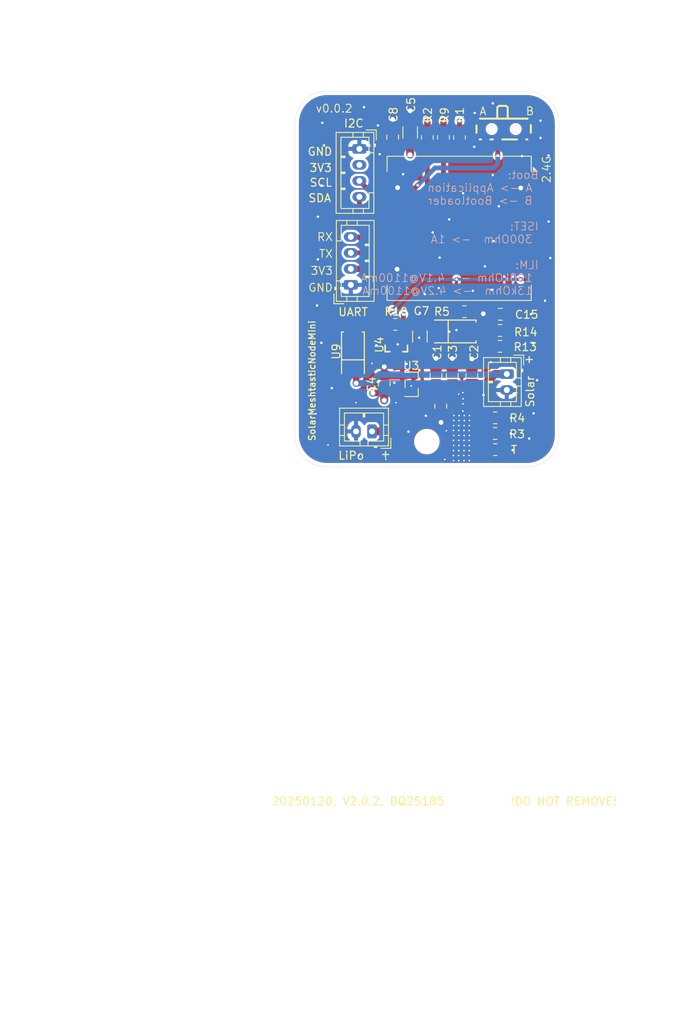
<source format=kicad_pcb>
(kicad_pcb (version 20241229) (generator "pcbnew") (generator_version "9.0")
  (layers (0 "F.Cu" signal "Front") (4 "In1.Cu" signal) (6 "In2.Cu" signal) (2 "B.Cu" signal "Back") (13 "F.Paste" user) (15 "B.Paste" user) (5 "F.SilkS" user "F.Silkscreen") (7 "B.SilkS" user "B.Silkscreen") (1 "F.Mask" user) (3 "B.Mask" user) (25 "Edge.Cuts" user))
  (net 0 "")
  (net 1 "/VLOAD")
  (net 2 "GND")
  (net 3 "/VLIPO")
  (net 4 "/ESP32_BOOTLOADER_MODE_1")
  (net 5 "Net-(R5-Pad1)")
  (net 7 "/ESP32_ENABLE")
  (net 8 "Net-(R1-Pad1)")
  (net 15 "/U_TX")
  (net 17 "/U_RX")
  (net 20 "Net-(J3-Pin_2)")
  (net 22 "/VBUS")
  (net 23 "Net-(U1-ILM{slash}VSET)")
  (net 24 "Net-(U1-ISET)")
  (net 25 "Net-(U1-TS{slash}MR)")
  (net 26 "/I2C_SCL")
  (net 27 "/I2C_SDA")
  (net 28 "+3V3")
  (net 30 "/ADC_LOAD")
  (footprint "Capacitor_SMD:C_0805_2012Metric_Pad1.18x1.45mm_HandSolder" (layer "F.Cu") (at 233.63 65.5825 -90)
    (property "Reference" "C2" (at -2.8825 -0.29 90) (layer "F.SilkS"))
    (property "Value" "1uF" (hide yes))
    (pad "1" smd roundrect (at -1.0375 0 270) (size 1.175 1.45) (layers "F.Cu" "F.Mask" "F.Paste") (roundrect_rratio 0.212766) (net 2 "GND"))
    (pad "2" smd roundrect (at 1.0375 0 270) (size 1.175 1.45) (layers "F.Cu" "F.Mask" "F.Paste") (roundrect_rratio 0.212766) (net 22 "/VBUS"))
  )
  (footprint "Capacitor_SMD:C_0805_2012Metric_Pad1.18x1.45mm_HandSolder" (layer "F.Cu") (at 222.6725 66.59 90)
    (property "Reference" "C4" (at -0.1 -1.6025 90) (layer "F.SilkS"))
    (property "Value" "4.7uF" (hide yes))
    (pad "1" smd roundrect (at -1.0375 0 90) (size 1.175 1.45) (layers "F.Cu" "F.Mask" "F.Paste") (roundrect_rratio 0.212766) (net 28 "+3V3"))
    (pad "2" smd roundrect (at 1.0375 0 90) (size 1.175 1.45) (layers "F.Cu" "F.Mask" "F.Paste") (roundrect_rratio 0.212766) (net 2 "GND"))
  )
  (footprint "Resistor_SMD:R_0805_2012Metric_Pad1.20x1.40mm_HandSolder" (layer "F.Cu") (at 236.55 74.84)
    (property "Reference" "R6" (hide yes))
    (property "Value" "MF11-103" (hide yes))
    (pad "1" smd roundrect (at -1 0) (size 1.2 1.4) (layers "F.Cu" "F.Mask" "F.Paste") (roundrect_rratio 0.208333) (net 25 "Net-(U1-TS{slash}MR)"))
    (pad "2" smd roundrect (at 1 0) (size 1.2 1.4) (layers "F.Cu" "F.Mask" "F.Paste") (roundrect_rratio 0.208333) (net 2 "GND"))
  )
  (footprint "Resistor_SMD:R_0805_2012Metric_Pad1.20x1.40mm_HandSolder" (layer "F.Cu") (at 237.14 61.92)
    (property "Reference" "R13" (at 3.17 0.08 0) (layer "F.SilkS"))
    (property "Value" "R" (hide yes))
    (pad "1" smd roundrect (at -1 0) (size 1.2 1.4) (layers "F.Cu" "F.Mask" "F.Paste") (roundrect_rratio 0.208333) (net 1 "/VLOAD"))
    (pad "2" smd roundrect (at 1 0) (size 1.2 1.4) (layers "F.Cu" "F.Mask" "F.Paste") (roundrect_rratio 0.208333) (net 30 "/ADC_LOAD"))
  )
  (footprint "Resistor_SMD:R_0805_2012Metric_Pad1.20x1.40mm_HandSolder" (layer "F.Cu") (at 236.54 70.86)
    (property "Reference" "R4" (at 2.77 0.04 0) (layer "F.SilkS"))
    (property "Value" "300" (hide yes))
    (pad "1" smd roundrect (at -1 0) (size 1.2 1.4) (layers "F.Cu" "F.Mask" "F.Paste") (roundrect_rratio 0.208333) (net 24 "Net-(U1-ISET)"))
    (pad "2" smd roundrect (at 1 0) (size 1.2 1.4) (layers "F.Cu" "F.Mask" "F.Paste") (roundrect_rratio 0.208333) (net 2 "GND"))
  )
  (footprint "Resistor_SMD:R_0805_2012Metric_Pad1.20x1.40mm_HandSolder" (layer "F.Cu") (at 232.09 35.79 90)
    (property "Reference" "R1" (at 2.79 0.03 90) (layer "F.SilkS"))
    (property "Value" "10k" (hide yes))
    (pad "1" smd roundrect (at -1 0 90) (size 1.2 1.4) (layers "F.Cu" "F.Mask" "F.Paste") (roundrect_rratio 0.208333) (net 8 "Net-(R1-Pad1)"))
    (pad "2" smd roundrect (at 1 0 90) (size 1.2 1.4) (layers "F.Cu" "F.Mask" "F.Paste") (roundrect_rratio 0.208333) (net 28 "+3V3"))
  )
  (footprint "footprints:SOT23-3" (layer "F.Cu") (at 224.18 61.89 180)
    (property "Reference" "U4" (at 2.122066 0.17 90) (layer "F.SilkS"))
    (property "Value" "APX803L05-32SA-7" (hide yes))
    (pad "1" smd rect (at -0.95 1 180) (size 0.8 0.9) (layers "F.Cu" "F.Mask" "F.Paste") (net 2 "GND"))
    (pad "2" smd rect (at 0.95 1 180) (size 0.8 0.9) (layers "F.Cu" "F.Mask" "F.Paste") (net 7 "/ESP32_ENABLE"))
    (pad "3" smd rect (at 0 -1.1 180) (size 0.8 0.9) (layers "F.Cu" "F.Mask" "F.Paste") (net 1 "/VLOAD"))
  )
  (footprint "Resistor_SMD:R_0805_2012Metric_Pad1.20x1.40mm_HandSolder" (layer "F.Cu") (at 236.54 72.82)
    (property "Reference" "R3" (at 2.74 0.09 0) (layer "F.SilkS"))
    (property "Value" "100k" (hide yes))
    (pad "1" smd roundrect (at -1 0) (size 1.2 1.4) (layers "F.Cu" "F.Mask" "F.Paste") (roundrect_rratio 0.208333) (net 23 "Net-(U1-ILM{slash}VSET)"))
    (pad "2" smd roundrect (at 1 0) (size 1.2 1.4) (layers "F.Cu" "F.Mask" "F.Paste") (roundrect_rratio 0.208333) (net 2 "GND"))
  )
  (footprint "Capacitor_SMD:C_0805_2012Metric_Pad1.18x1.45mm_HandSolder" (layer "F.Cu") (at 223.722934 35.75 -90)
    (property "Reference" "C8" (at -2.7925 -0.1 90) (layer "F.SilkS"))
    (property "Value" "100nF" (hide yes))
    (pad "1" smd roundrect (at -1.0375 0 270) (size 1.175 1.45) (layers "F.Cu" "F.Mask" "F.Paste") (roundrect_rratio 0.212766) (net 2 "GND"))
    (pad "2" smd roundrect (at 1.0375 0 270) (size 1.175 1.45) (layers "F.Cu" "F.Mask" "F.Paste") (roundrect_rratio 0.212766) (net 28 "+3V3"))
  )
  (footprint "Connector_JST:JST_PH_B4B-PH-K_1x04_P2.00mm_Vertical" (layer "F.Cu") (at 218.49 54.23 90)
    (property "Reference" "J3" (hide yes))
    (property "Value" "Conn_01x04_Socket" (hide yes))
    (pad "1" thru_hole roundrect (at 0 0 90) (size 1.2 1.75) (drill 0.75) (layers "*.Cu" "*.Mask") (roundrect_rratio 0.208333) (net 2 "GND"))
    (pad "2" thru_hole oval (at 2 0 90) (size 1.2 1.75) (drill 0.75) (layers "*.Cu" "*.Mask") (net 20 "Net-(J3-Pin_2)"))
    (pad "3" thru_hole oval (at 4 0 90) (size 1.2 1.75) (drill 0.75) (layers "*.Cu" "*.Mask") (net 15 "/U_TX"))
    (pad "4" thru_hole oval (at 6 0 90) (size 1.2 1.75) (drill 0.75) (layers "*.Cu" "*.Mask") (net 17 "/U_RX"))
  )
  (footprint "Resistor_SMD:R_0805_2012Metric_Pad1.20x1.40mm_HandSolder" (layer "F.Cu") (at 232.697934 57.58 180)
    (property "Reference" "R5" (at 2.81 0 0) (layer "F.SilkS"))
    (property "Value" "470" (hide yes))
    (pad "1" smd roundrect (at -1 0 180) (size 1.2 1.4) (layers "F.Cu" "F.Mask" "F.Paste") (roundrect_rratio 0.208333) (net 5 "Net-(R5-Pad1)"))
    (pad "2" smd roundrect (at 1 0 180) (size 1.2 1.4) (layers "F.Cu" "F.Mask" "F.Paste") (roundrect_rratio 0.208333) (net 7 "/ESP32_ENABLE"))
  )
  (footprint "Resistor_SMD:R_0805_2012Metric_Pad1.20x1.40mm_HandSolder" (layer "F.Cu") (at 230.08 35.77 90)
    (property "Reference" "R9" (at 2.78 0.14 90) (layer "F.SilkS"))
    (property "Value" "10k" (hide yes))
    (pad "1" smd roundrect (at -1 0 90) (size 1.2 1.4) (layers "F.Cu" "F.Mask" "F.Paste") (roundrect_rratio 0.208333) (net 27 "/I2C_SDA"))
    (pad "2" smd roundrect (at 1 0 90) (size 1.2 1.4) (layers "F.Cu" "F.Mask" "F.Paste") (roundrect_rratio 0.208333) (net 28 "+3V3"))
  )
  (footprint "Connector_JST:JST_PH_B2B-PH-K_1x02_P2.00mm_Vertical" (layer "F.Cu") (at 221.14 72.56 180)
    (property "Reference" "J4" (hide yes))
    (property "Value" "Conn_01x02_Pin" (hide yes))
    (pad "1" thru_hole roundrect (at 0 0 180) (size 1.2 1.75) (drill 0.75) (layers "*.Cu" "*.Mask") (roundrect_rratio 0.208333) (net 3 "/VLIPO"))
    (pad "2" thru_hole oval (at 2 0 180) (size 1.2 1.75) (drill 0.75) (layers "*.Cu" "*.Mask") (net 2 "GND"))
  )
  (footprint "Resistor_SMD:R_0805_2012Metric_Pad1.20x1.40mm_HandSolder" (layer "F.Cu") (at 228.06 35.78 90)
    (property "Reference" "R2" (at 2.8 0.06 90) (layer "F.SilkS"))
    (property "Value" "10k" (hide yes))
    (pad "1" smd roundrect (at -1 0 90) (size 1.2 1.4) (layers "F.Cu" "F.Mask" "F.Paste") (roundrect_rratio 0.208333) (net 26 "/I2C_SCL"))
    (pad "2" smd roundrect (at 1 0 90) (size 1.2 1.4) (layers "F.Cu" "F.Mask" "F.Paste") (roundrect_rratio 0.208333) (net 28 "+3V3"))
  )
  (footprint "footprints:SW-SMD_SSSS811101" (layer "F.Cu") (at 237.61 35.19 180)
    (property "Reference" "SW1" (hide yes))
    (property "Value" "SSSS811101" (hide yes))
    (pad "" thru_hole circle (at -1.5 0.45 180) (size 0.9 0.9) (drill 0.9) (layers "*.Cu" "*.Mask"))
    (pad "" thru_hole circle (at 1.5 0.45 180) (size 0.9 0.9) (drill 0.9) (layers "*.Cu" "*.Mask"))
    (pad "1" smd rect (at -2.25 -1.55 180) (size 0.7 1.5) (layers "F.Cu" "F.Mask" "F.Paste") (net 2 "GND"))
    (pad "2" smd rect (at 0.75 -1.55 180) (size 0.7 1.5) (layers "F.Cu" "F.Mask" "F.Paste") (net 4 "/ESP32_BOOTLOADER_MODE_1"))
    (pad "3" smd rect (at 2.25 -1.55 180) (size 0.7 1.5) (layers "F.Cu" "F.Mask" "F.Paste") (net 8 "Net-(R1-Pad1)"))
    (pad "4" smd rect (at -3.65 -0.65 270) (size 0.8 1) (layers "F.Cu" "F.Mask" "F.Paste") (net 2 "GND"))
    (pad "5" smd rect (at 3.65 -0.65 270) (size 0.8 1) (layers "F.Cu" "F.Mask" "F.Paste") (net 2 "GND"))
    (pad "6" smd rect (at 3.65 1.55 270) (size 0.8 1) (layers "F.Cu" "F.Mask" "F.Paste") (net 2 "GND"))
    (pad "7" smd rect (at -3.65 1.55 270) (size 0.8 1) (layers "F.Cu" "F.Mask" "F.Paste") (net 2 "GND"))
  )
  (footprint "Resistor_SMD:R_0805_2012Metric_Pad1.20x1.40mm_HandSolder" (layer "F.Cu") (at 237.16 59.93 180)
    (property "Reference" "R14" (at -3.21 -0.21 0) (layer "F.SilkS"))
    (property "Value" "R" (hide yes))
    (pad "1" smd roundrect (at -1 0 180) (size 1.2 1.4) (layers "F.Cu" "F.Mask" "F.Paste") (roundrect_rratio 0.208333) (net 30 "/ADC_LOAD"))
    (pad "2" smd roundrect (at 1 0 180) (size 1.2 1.4) (layers "F.Cu" "F.Mask" "F.Paste") (roundrect_rratio 0.208333) (net 2 "GND"))
  )
  (footprint "Capacitor_SMD:C_0805_2012Metric_Pad1.18x1.45mm_HandSolder" (layer "F.Cu") (at 229.74 69.3975 -90)
    (property "Reference" "C6" (hide yes))
    (property "Value" "1uF" (hide yes))
    (pad "1" smd roundrect (at -1.0375 0 270) (size 1.175 1.45) (layers "F.Cu" "F.Mask" "F.Paste") (roundrect_rratio 0.212766) (net 3 "/VLIPO"))
    (pad "2" smd roundrect (at 1.0375 0 270) (size 1.175 1.45) (layers "F.Cu" "F.Mask" "F.Paste") (roundrect_rratio 0.212766) (net 2 "GND"))
  )
  (footprint "footprints:SMA_L4.3-W2.6-LS5.1-RD" (layer "F.Cu") (at 231.557934 60.05)
    (property "Reference" "SW2" (hide yes))
    (property "Value" "SW_Push" (hide yes))
    (pad "1" smd rect (at -2.2 0 180) (size 2 2) (layers "F.Cu" "F.Mask" "F.Paste") (net 2 "GND"))
    (pad "2" smd rect (at 2.2 0 180) (size 2 2) (layers "F.Cu" "F.Mask" "F.Paste") (net 5 "Net-(R5-Pad1)"))
  )
  (footprint "Resistor_SMD:R_1206_3216Metric_Pad1.30x1.75mm_HandSolder" (layer "F.Cu") (at 225.912934 35.16 -90)
    (property "Reference" "C5" (at -3.43 -0.11 90) (layer "F.SilkS"))
    (property "Value" "47uF" (hide yes))
    (pad "1" smd roundrect (at -1.55 0 270) (size 1.3 1.75) (layers "F.Cu" "F.Mask" "F.Paste") (roundrect_rratio 0.192308) (net 2 "GND"))
    (pad "2" smd roundrect (at 1.55 0 270) (size 1.3 1.75) (layers "F.Cu" "F.Mask" "F.Paste") (roundrect_rratio 0.192308) (net 28 "+3V3"))
  )
  (footprint "footprints:SMA_L4.3-W2.6-LS5.1-RD" (layer "F.Cu") (at 218.747934 62.72 90)
    (property "Reference" "U9" (at 0.15 -2.08 90) (layer "F.SilkS"))
    (property "Value" "SS26_C5350986" (hide yes))
    (pad "1" smd rect (at -2.2 0 270) (size 2 2) (layers "F.Cu" "F.Mask" "F.Paste") (net 22 "/VBUS"))
    (pad "2" smd rect (at 2.2 0 270) (size 2 2) (layers "F.Cu" "F.Mask" "F.Paste") (net 20 "Net-(J3-Pin_2)"))
  )
  (footprint "footprints:SON40P220X200X80-11N" (layer "F.Cu") (at 232.51625 68.8525)
    (property "Reference" "U1" (hide yes))
    (property "Value" "BQ25185" (hide yes))
    (fp_text user "." (at -0.84 -0.79 0) (layer "F.SilkS") (effects (font (thickness 0.1)) (justify left bottom)))
    (pad "1" smd rect (at -1.1 -0.8 90) (size 0.2 0.75) (layers "F.Cu" "F.Mask" "F.Paste") (net 1 "/VLOAD"))
    (pad "2" smd rect (at -1.1 -0.4 90) (size 0.2 0.75) (layers "F.Cu" "F.Mask" "F.Paste") (net 3 "/VLIPO"))
    (pad "3" smd rect (at -1.1 0 90) (size 0.2 0.75) (layers "F.Cu" "F.Mask" "F.Paste"))
    (pad "4" smd rect (at -1.1 0.4 90) (size 0.2 0.75) (layers "F.Cu" "F.Mask" "F.Paste") (net 2 "GND"))
    (pad "5" smd rect (at -1.1 0.8 90) (size 0.2 0.75) (layers "F.Cu" "F.Mask" "F.Paste") (net 2 "GND"))
    (pad "6" smd rect (at 1.1 0.8 90) (size 0.2 0.75) (layers "F.Cu" "F.Mask" "F.Paste") (net 25 "Net-(U1-TS{slash}MR)"))
    (pad "7" smd rect (at 1.1 0.4 90) (size 0.2 0.75) (layers "F.Cu" "F.Mask" "F.Paste") (net 23 "Net-(U1-ILM{slash}VSET)"))
    (pad "8" smd rect (at 1.1 0 90) (size 0.2 0.75) (layers "F.Cu" "F.Mask" "F.Paste") (net 24 "Net-(U1-ISET)"))
    (pad "9" smd rect (at 1.1 -0.4 90) (size 0.2 0.75) (layers "F.Cu" "F.Mask" "F.Paste"))
    (pad "10" smd rect (at 1.1 -0.8 90) (size 0.2 0.75) (layers "F.Cu" "F.Mask" "F.Paste") (net 22 "/VBUS"))
    (pad "11" smd rect (at 0 0) (size 1 1.6) (layers "F.Cu" "F.Mask" "F.Paste") (net 2 "GND"))
  )
  (footprint "footprints:SOT-23-3_L2.9-W1.6-P1.90-LS2.8-BR-CW" (layer "F.Cu") (at 226.1625 66.67 180)
    (property "Reference" "U3" (at 0.11 2.33 0) (layer "F.SilkS"))
    (property "Value" "HE9073A30MR" (hide yes))
    (pad "1" smd rect (at 1.25 0.95 90) (size 0.7 1.25) (layers "F.Cu" "F.Mask" "F.Paste") (net 2 "GND"))
    (pad "2" smd rect (at -1.25 0 90) (size 0.7 1.25) (layers "F.Cu" "F.Mask" "F.Paste") (net 1 "/VLOAD"))
    (pad "3" smd rect (at 1.25 -0.95 90) (size 0.7 1.25) (layers "F.Cu" "F.Mask" "F.Paste") (net 28 "+3V3"))
  )
  (footprint "MountingHole:MountingHole_2.7mm_M2.5_ISO7380" (layer "F.Cu") (at 228 73.83)
    (property "Reference" "H1" (hide yes))
    (property "Value" "MountingHole" (hide yes))
    (pad "" np_thru_hole circle (at 0 0) (size 2.7 2.7) (drill 2.7) (layers "*.Cu" "*.Mask"))
  )
  (footprint "RF_Module:Heltec_HT-CT62" (layer "F.Cu") (at 232.04 47.16 -90)
    (property "Reference" "U2" (hide yes))
    (property "Value" "HT-CT62")
    (pad "1" smd roundrect (at -6.35 -8.89 270) (size 1 1.5) (layers "F.Cu" "F.Mask" "F.Paste"))
    (pad "2" smd roundrect (at -5.08 -8.89 270) (size 1 1.5) (layers "F.Cu" "F.Mask" "F.Paste") (net 2 "GND"))
    (pad "3" smd roundrect (at -3.81 -8.89 270) (size 1 1.5) (layers "F.Cu" "F.Mask" "F.Paste"))
    (pad "4" smd roundrect (at -2.54 -8.89 270) (size 1 1.5) (layers "F.Cu" "F.Mask" "F.Paste"))
    (pad "5" smd roundrect (at -1.27 -8.89 270) (size 1 1.5) (layers "F.Cu" "F.Mask" "F.Paste"))
    (pad "6" smd roundrect (at 0 -8.89 270) (size 1 1.5) (layers "F.Cu" "F.Mask" "F.Paste"))
    (pad "7" smd roundrect (at 1.27 -8.89 270) (size 1 1.5) (layers "F.Cu" "F.Mask" "F.Paste"))
    (pad "8" smd roundrect (at 2.54 -8.89 270) (size 1 1.5) (layers "F.Cu" "F.Mask" "F.Paste"))
    (pad "9" smd roundrect (at 3.81 -8.89 270) (size 1 1.5) (layers "F.Cu" "F.Mask" "F.Paste") (net 30 "/ADC_LOAD"))
    (pad "10" smd roundrect (at 5.08 -8.89 270) (size 1 1.5) (layers "F.Cu" "F.Mask" "F.Paste"))
    (pad "11" smd roundrect (at 6.35 -8.89 270) (size 1 1.5) (layers "F.Cu" "F.Mask" "F.Paste") (net 7 "/ESP32_ENABLE"))
    (pad "12" smd roundrect (at -6.35 8.89 270) (size 1 1.5) (layers "F.Cu" "F.Mask" "F.Paste") (net 28 "+3V3"))
    (pad "13" smd roundrect (at -5.08 8.89 270) (size 1 1.5) (layers "F.Cu" "F.Mask" "F.Paste") (net 2 "GND"))
    (pad "14" smd roundrect (at -3.81 8.89 270) (size 1 1.5) (layers "F.Cu" "F.Mask" "F.Paste"))
    (pad "15" smd roundrect (at -2.54 8.89 270) (size 1 1.5) (layers "F.Cu" "F.Mask" "F.Paste") (net 4 "/ESP32_BOOTLOADER_MODE_1"))
    (pad "16" smd roundrect (at -1.27 8.89 270) (size 1 1.5) (layers "F.Cu" "F.Mask" "F.Paste"))
    (pad "17" smd roundrect (at 0 8.89 270) (size 1 1.5) (layers "F.Cu" "F.Mask" "F.Paste") (net 26 "/I2C_SCL"))
    (pad "18" smd roundrect (at 1.27 8.89 270) (size 1 1.5) (layers "F.Cu" "F.Mask" "F.Paste") (net 27 "/I2C_SDA"))
    (pad "19" smd roundrect (at 2.54 8.89 270) (size 1 1.5) (layers "F.Cu" "F.Mask" "F.Paste") (net 17 "/U_RX"))
    (pad "20" smd roundrect (at 3.81 8.89 270) (size 1 1.5) (layers "F.Cu" "F.Mask" "F.Paste") (net 15 "/U_TX"))
    (pad "21" smd roundrect (at 5.08 8.89 270) (size 1 1.5) (layers "F.Cu" "F.Mask" "F.Paste") (net 2 "GND"))
    (pad "22" smd roundrect (at 6.35 8.89 270) (size 1 1.5) (layers "F.Cu" "F.Mask" "F.Paste"))
  )
  (footprint "Connector_JST:JST_PH_B4B-PH-K_1x04_P2.00mm_Vertical" (layer "F.Cu") (at 219.56 37.22 -90)
    (property "Reference" "J5" (hide yes))
    (property "Value" "Conn_01x04_Socket" (hide yes))
    (pad "1" thru_hole roundrect (at 0 0 270) (size 1.2 1.75) (drill 0.75) (layers "*.Cu" "*.Mask") (roundrect_rratio 0.208333) (net 2 "GND"))
    (pad "2" thru_hole oval (at 2 0 270) (size 1.2 1.75) (drill 0.75) (layers "*.Cu" "*.Mask") (net 28 "+3V3"))
    (pad "3" thru_hole oval (at 4 0 270) (size 1.2 1.75) (drill 0.75) (layers "*.Cu" "*.Mask") (net 26 "/I2C_SCL"))
    (pad "4" thru_hole oval (at 6 0 270) (size 1.2 1.75) (drill 0.75) (layers "*.Cu" "*.Mask") (net 27 "/I2C_SDA"))
  )
  (footprint "Capacitor_SMD:C_1206_3216Metric_Pad1.33x1.80mm_HandSolder" (layer "F.Cu") (at 227.13 60.69 -90)
    (property "Reference" "C7" (at -3.19 -0.19 180) (layer "F.SilkS"))
    (property "Value" "1uF" (hide yes))
    (pad "1" smd roundrect (at -1.5625 0 270) (size 1.325 1.8) (layers "F.Cu" "F.Mask" "F.Paste") (roundrect_rratio 0.188679) (net 2 "GND"))
    (pad "2" smd roundrect (at 1.5625 0 270) (size 1.325 1.8) (layers "F.Cu" "F.Mask" "F.Paste") (roundrect_rratio 0.188679) (net 1 "/VLOAD"))
  )
  (footprint "Capacitor_SMD:C_0805_2012Metric_Pad1.18x1.45mm_HandSolder" (layer "F.Cu") (at 231.1825 65.59 -90)
    (property "Reference" "C3" (at -2.89 -0.0575 90) (layer "F.SilkS"))
    (property "Value" "10uF" (hide yes))
    (pad "1" smd roundrect (at -1.0375 0 270) (size 1.175 1.45) (layers "F.Cu" "F.Mask" "F.Paste") (roundrect_rratio 0.212766) (net 2 "GND"))
    (pad "2" smd roundrect (at 1.0375 0 270) (size 1.175 1.45) (layers "F.Cu" "F.Mask" "F.Paste") (roundrect_rratio 0.212766) (net 1 "/VLOAD"))
  )
  (footprint "Capacitor_SMD:C_0805_2012Metric_Pad1.18x1.45mm_HandSolder" (layer "F.Cu") (at 237.1925 57.91 180)
    (property "Reference" "C15" (at -3.2925 -0.04 0) (layer "F.SilkS"))
    (property "Value" "100nF" (hide yes))
    (pad "1" smd roundrect (at -1.0375 0 180) (size 1.175 1.45) (layers "F.Cu" "F.Mask" "F.Paste") (roundrect_rratio 0.212766) (net 30 "/ADC_LOAD"))
    (pad "2" smd roundrect (at 1.0375 0 180) (size 1.175 1.45) (layers "F.Cu" "F.Mask" "F.Paste") (roundrect_rratio 0.212766) (net 2 "GND"))
  )
  (footprint "Connector_JST:JST_PH_B2B-PH-K_1x02_P2.00mm_Vertical" (layer "F.Cu") (at 238 65.38 -90)
    (property "Reference" "J2" (hide yes))
    (property "Value" "Conn_01x02_Socket" (hide yes))
    (pad "1" thru_hole roundrect (at 0 0 270) (size 1.2 1.75) (drill 0.75) (layers "*.Cu" "*.Mask") (roundrect_rratio 0.208333) (net 22 "/VBUS"))
    (pad "2" thru_hole oval (at 2 0 270) (size 1.2 1.75) (drill 0.75) (layers "*.Cu" "*.Mask") (net 2 "GND"))
  )
  (footprint "Resistor_SMD:R_0805_2012Metric_Pad1.20x1.40mm_HandSolder" (layer "F.Cu") (at 224.06 59.17 180)
    (property "Reference" "R10" (at -0.1 1.59 0) (layer "F.SilkS"))
    (property "Value" "100k" (hide yes))
    (pad "1" smd roundrect (at -1 0 180) (size 1.2 1.4) (layers "F.Cu" "F.Mask" "F.Paste") (roundrect_rratio 0.208333) (net 28 "+3V3"))
    (pad "2" smd roundrect (at 1 0 180) (size 1.2 1.4) (layers "F.Cu" "F.Mask" "F.Paste") (roundrect_rratio 0.208333) (net 7 "/ESP32_ENABLE"))
  )
  (footprint "Capacitor_SMD:C_0805_2012Metric_Pad1.18x1.45mm_HandSolder" (layer "F.Cu") (at 229.1425 65.58 90)
    (property "Reference" "C1" (at 2.88 0.1575 90) (layer "F.SilkS"))
    (property "Value" "4.7uF" (hide yes))
    (pad "1" smd roundrect (at -1.0375 0 90) (size 1.175 1.45) (layers "F.Cu" "F.Mask" "F.Paste") (roundrect_rratio 0.212766) (net 1 "/VLOAD"))
    (pad "2" smd roundrect (at 1.0375 0 90) (size 1.175 1.45) (layers "F.Cu" "F.Mask" "F.Paste") (roundrect_rratio 0.212766) (net 2 "GND"))
  )
  (gr_arc (start 215.5 77) (mid 212.671573 75.828427) (end 211.5 73) (stroke (width 0.0381)) (layer "Edge.Cuts"))
  (gr_arc (start 211.5 34) (mid 212.671573 31.171573) (end 215.5 30) (stroke (width 0.0381)) (layer "Edge.Cuts"))
  (gr_arc (start 244.5 73) (mid 243.328427 75.828427) (end 240.5 77) (stroke (width 0.0381)) (layer "Edge.Cuts"))
  (gr_arc (start 240.5 30) (mid 243.328427 31.171573) (end 244.5 34) (stroke (width 0.0381)) (layer "Edge.Cuts"))
  (gr_line (start 244.5 34) (end 244.5 73) (stroke (width 0.0381)) (layer "Edge.Cuts"))
  (gr_line (start 211.5 34) (end 211.5 73) (stroke (width 0.0381)) (layer "Edge.Cuts"))
  (gr_line (start 215.5 30) (end 240.5 30) (stroke (width 0.0381)) (layer "Edge.Cuts"))
  (gr_line (start 215.5 77) (end 240.5 77) (stroke (width 0.0381)) (layer "Edge.Cuts"))
  (gr_text "SDA" (at 213.1 43.96 0) (layer "F.SilkS") (effects (font (size 1 1) (thickness 0.153)) (justify left bottom)))
  (gr_text "A" (at 234.51 33.09 0) (layer "F.SilkS") (effects (font (size 1 1) (thickness 0.125)) (justify left bottom)))
  (gr_text "+" (at 240.28903 62.85 270) (layer "F.SilkS") (effects (font (size 1 1) (thickness 0.153)) (justify left bottom)))
  (gr_text "!DO NOT REMOVE!" (at 238.4 119.4 0) (layer "F.SilkS") (effects (font (size 1 1) (thickness 0.153)) (justify left bottom)))
  (gr_text "2.4G" (at 243.56 41.56 90) (layer "F.SilkS") (effects (font (size 1 1) (thickness 0.125)) (justify left bottom)))
  (gr_text "20250120, V2.0.2, BQ25185" (at 208.5 119.4 0) (layer "F.SilkS") (effects (font (size 1 1) (thickness 0.153)) (justify left bottom)))
  (gr_text "TX" (at 214.437619 50.933333 0) (layer "F.SilkS") (effects (font (size 1 1) (thickness 0.125)) (justify left bottom)))
  (gr_text "3V3" (at 213.39 53.046667 0) (layer "F.SilkS") (effects (font (size 1 1) (thickness 0.125)) (justify left bottom)))
  (gr_text "SolarMeshtasticNodeMini" (at 214.12 66.21 90) (layer "F.SilkS") (effects (font (size 0.8128 0.8128) (thickness 0.1524) (bold yes)) (justify bottom)))
  (gr_text "GND" (at 213 38.15 0) (layer "F.SilkS") (effects (font (size 1 1) (thickness 0.153)) (justify left bottom)))
  (gr_text "v0.0.2" (at 214.04 32.76 0) (layer "F.SilkS") (effects (font (size 1 1) (thickness 0.125)) (justify left bottom)))
  (gr_text "UART" (at 216.84 58.21 0) (layer "F.SilkS") (effects (font (size 1 1) (thickness 0.153)) (justify left bottom)))
  (gr_text "Solar" (at 241.5 69.63 90) (layer "F.SilkS") (effects (font (size 1 1) (thickness 0.153)) (justify left bottom)))
  (gr_text "SCL" (at 213.26 42.023333 0) (layer "F.SilkS") (effects (font (size 1 1) (thickness 0.153)) (justify left bottom)))
  (gr_text "RX" (at 214.199524 48.82 0) (layer "F.SilkS") (effects (font (size 1 1) (thickness 0.125)) (justify left bottom)))
  (gr_text "LiPo" (at 216.84 76.16 0) (layer "F.SilkS") (effects (font (size 1 1) (thickness 0.153)) (justify left bottom)))
  (gr_text "I2C" (at 217.54 34.62 0) (layer "F.SilkS") (effects (font (size 1 1) (thickness 0.153)) (justify left bottom)))
  (gr_text "GND" (at 213.104286 55.16 0) (layer "F.SilkS") (effects (font (size 1 1) (thickness 0.125)) (justify left bottom)))
  (gr_text "3V3" (at 213.24 40.18 0) (layer "F.SilkS") (effects (font (size 1 1) (thickness 0.153)) (justify left bottom)))
  (gr_text "+" (at 223.34 76.16 90) (layer "F.SilkS") (effects (font (size 1 1) (thickness 0.153)) (justify left bottom)))
  (gr_text "B" (at 240.31 33.09 0) (layer "F.SilkS") (effects (font (size 1 1) (thickness 0.125)) (justify left bottom)))
  (gr_text "T" (at 238.43 75.45 0) (layer "F.SilkS") (effects (font (size 1 1)) (justify left bottom)))
  (gr_text "Boot:\n A -> Application\n B -> Bootloader\n\nISET:\n 300Ohm  -> 1A \n\nILM:\n 100kOhm -> 4.1V@1100mA\n 13kOhm  -> 4.2V@1100mA\n " (at 242.04 57.16 0) (layer "B.SilkS") (effects (font (size 1 1) (thickness 0.1)) (justify left bottom mirror)))
  (segment (start 227.13 64.25) (end 227.4125 64.5325) (width 0.4) (layer "F.Cu") (net 1))
  (segment (start 227.4125 64.5325) (end 227.4125 66.67) (width 0.4) (layer "F.Cu") (net 1))
  (segment (start 227.4125 66.67) (end 229.09 66.67) (width 0.7) (layer "F.Cu") (net 1))
  (segment (start 227.13 62.2525) (end 227.13 64.25) (width 0.4) (layer "F.Cu") (net 1))
  (segment (start 225.8475 62.2525) (end 227.13 62.2525) (width 0.4) (layer "F.Cu") (net 1))
  (segment (start 236.14 61.92) (end 227.4625 61.92) (width 0.6) (layer "F.Cu") (net 1))
  (segment (start 229.1425 66.6175) (end 231.1725 66.6175) (width 0.8) (layer "F.Cu") (net 1))
  (segment (start 225.11 62.99) (end 225.8475 62.2525) (width 0.4) (layer "F.Cu") (net 1))
  (segment (start 224.18 62.99) (end 225.11 62.99) (width 0.4) (layer "F.Cu") (net 1))
  (segment (start 241.26 35.84) (end 242.21 35.84) (width 0.6) (layer "F.Cu") (net 2))
  (segment (start 239.86 38.08) (end 239.9 38.12) (width 0.6) (layer "F.Cu") (net 2))
  (segment (start 233.96 36.93) (end 233.93 36.96) (width 0.6) (layer "F.Cu") (net 2))
  (segment (start 236.155 57.91) (end 236.155 59.925) (width 0.8) (layer "F.Cu") (net 2))
  (segment (start 238.67 74.84) (end 238.73 74.9) (width 0.2) (layer "F.Cu") (net 2))
  (segment (start 237.55 74.84) (end 238.67 74.84) (width 0.2) (layer "F.Cu") (net 2))
  (segment (start 239.77 42.08) (end 239.74 42.11) (width 0.8) (layer "F.Cu") (net 2))
  (segment (start 229.74 70.435) (end 229.74 71.4) (width 0.8) (layer "F.Cu") (net 2))
  (segment (start 240.93 42.08) (end 239.77 42.08) (width 1) (layer "F.Cu") (net 2))
  (segment (start 231.71625 69.6525) (end 232.51625 68.8525) (width 0.2) (layer "F.Cu") (net 2))
  (segment (start 231.1825 63.44) (end 231.1825 64.5525) (width 1) (layer "F.Cu") (net 2))
  (segment (start 223.15 52.24) (end 224.25 52.24) (width 1) (layer "F.Cu") (net 2))
  (segment (start 229.357934 60.05) (end 230.767934 60.05) (width 0.4) (layer "F.Cu") (net 2))
  (segment (start 229.1425 63.42) (end 229.1425 64.5425) (width 1) (layer "F.Cu") (net 2))
  (segment (start 241.26 33.64) (end 242.17 33.64) (width 0.6) (layer "F.Cu") (net 2))
  (segment (start 223.722934 34.7125) (end 223.722934 33.53) (width 1) (layer "F.Cu") (net 2))
  (segment (start 231.41625 69.6525) (end 231.71625 69.6525) (width 0.2) (layer "F.Cu") (net 2))
  (segment (start 229.74 71.4) (end 229.77 71.43) (width 0.8) (layer "F.Cu") (net 2))
  (segment (start 242.21 35.84) (end 242.22 35.85) (width 0.6) (layer "F.Cu") (net 2))
  (segment (start 233.63 63.49) (end 233.63 64.545) (width 1) (layer "F.Cu") (net 2))
  (segment (start 233.96 32.737934) (end 233.977934 32.72) (width 0.4) (layer "F.Cu") (net 2))
  (segment (start 233.96 33.64) (end 233.96 32.737934) (width 0.4) (layer "F.Cu") (net 2))
  (segment (start 224.9125 65.72) (end 222.84 65.72) (width 0.7) (layer "F.Cu") (net 2))
  (segment (start 225.912934 33.61) (end 225.912934 32.46) (width 1) (layer "F.Cu") (net 2))
  (segment (start 227.13 59.1275) (end 227.13 57.73) (width 0.4) (layer "F.Cu") (net 2))
  (segment (start 237.54 72.82) (end 238.5 72.82) (width 0.2) (layer "F.Cu") (net 2))
  (segment (start 238.54 70.86) (end 237.54 70.86) (width 0.2) (layer "F.Cu") (net 2))
  (segment (start 235.057934 57.84) (end 235.100868 57.882934) (width 0.8) (layer "F.Cu") (net 2))
  (segment (start 224.25 52.24) (end 224.28 52.27) (width 1) (layer "F.Cu") (net 2))
  (segment (start 235.100868 57.882934) (end 236.127934 57.882934) (width 0.8) (layer "F.Cu") (net 2))
  (segment (start 233.96 35.84) (end 233.96 36.93) (width 0.6) (layer "F.Cu") (net 2))
  (segment (start 224.33 42.08) (end 224.34 42.07) (width 0.8) (layer "F.Cu") (net 2))
  (segment (start 230.767934 60.05) (end 230.807934 60.09) (width 0.4) (layer "F.Cu") (net 2))
  (segment (start 225.13 60.9) (end 224.36 61.67) (width 0.4) (layer "F.Cu") (net 2))
  (segment (start 231.41625 69.2525) (end 232.11625 69.2525) (width 0.2) (layer "F.Cu") (net 2))
  (segment (start 223.15 42.08) (end 224.33 42.08) (width 1) (layer "F.Cu") (net 2))
  (segment (start 222.6725 64.473) (end 222.6725 65.5525) (width 0.8) (layer "F.Cu") (net 2))
  (segment (start 239.86 36.74) (end 239.86 38.08) (width 0.6) (layer "F.Cu") (net 2))
  (segment (start 242.17 33.64) (end 242.22 33.69) (width 0.6) (layer "F.Cu") (net 2))
  (via (at 214.37 45.71) (size 0.6) (drill 0.3) (layers "F.Cu" "B.Cu") (net 2))
  (via (at 227.88 70.6) (size 0.6) (drill 0.3) (layers "F.Cu" "B.Cu") (net 2))
  (via (at 231.7 59.89) (size 0.6) (drill 0.3) (layers "F.Cu" "B.Cu") (net 2))
  (via (at 227.04 60.84) (size 0.6) (drill 0.3) (layers "F.Cu" "B.Cu") (net 2))
  (via (at 243.23 38.04) (size 0.6) (drill 0.3) (layers "F.Cu" "B.Cu") (net 2))
  (via (at 235.057934 57.84) (size 0.9) (drill 0.6) (layers "F.Cu" "B.Cu") (net 2))
  (via (at 241.02 57.89) (size 0.6) (drill 0.3) (layers "F.Cu" "B.Cu") (net 2))
  (via (at 236.35 48.76) (size 0.6) (drill 0.3) (layers "F.Cu" "B.Cu") (net 2))
  (via (at 214.81 41.79) (size 0.6) (drill 0.3) (layers "F.Cu" "B.Cu") (net 2))
  (via (at 233.29 72.44) (size 0.5) (drill 0.2) (layers "F.Cu" "B.Cu") (net 2))
  (via (at 232.67 74.32) (size 0.5) (drill 0.2) (layers "F.Cu" "B.Cu") (net 2))
  (via (at 232.64 73.68) (size 0.5) (drill 0.2) (layers "F.Cu" "B.Cu") (net 2))
  (via (at 224.34 42.07) (size 0.9) (drill 0.6) (layers "F.Cu" "B.Cu") (net 2))
  (via (at 242.79 56.21) (size 0.6) (drill 0.3) (layers "F.Cu" "B.Cu") (net 2))
  (via (at 232.015 74.32) (size 0.5) (drill 0.2) (layers "F.Cu" "B.Cu") (net 2))
  (via (at 232.665 71.83) (size 0.5) (drill 0.2) (layers "F.Cu" "B.Cu") (net 2))
  (via (at 216.11 67.14) (size 0.6) (drill 0.3) (layers "F.Cu" "B.Cu") (net 2))
  (via (at 233.34 71.2) (size 0.5) (drill 0.2) (layers "F.Cu" "B.Cu") (net 2))
  (via (at 225.47 64.11) (size 0.6) (drill 0.3) (layers "F.Cu" "B.Cu") (net 2))
  (via (at 232.015 73.07) (size 0.5) (drill 0.2) (layers "F.Cu" "B.Cu") (net 2))
  (via (at 239.9 38.12) (size 0.6) (drill 0.3) (layers "F.Cu" "B.Cu") (net 2))
  (via (at 221.88 34.29) (size 0.6) (drill 0.3) (layers "F.Cu" "B.Cu") (net 2))
  (via (at 231.375 71.2) (size 0.5) (drill 0.2) (layers "F.Cu" "B.Cu") (net 2))
  (via (at 228.73 47.67) (size 0.6) (drill 0.3) (layers "F.Cu" "B.Cu") (net 2))
  (via (at 231.965 75.57) (size 0.5) (drill 0.2) (layers "F.Cu" "B.Cu") (net 2))
  (via (at 224.14 68.96) (size 0.5) (drill 0.2) (layers "F.Cu" "B.Cu") (net 2))
  (via (at 224.36 61.67) (size 0.6) (drill 0.3) (layers "F.Cu" "B.Cu") (net 2))
  (via (at 231.985 73.68) (size 0.5) (drill 0.2) (layers "F.Cu" "B.Cu") (net 2))
  (via (at 235.26 51.91) (size 0.6) (drill 0.3) (layers "F.Cu" "B.Cu") (net 2))
  (via (at 238.73 74.9) (size 0.6) (drill 0.3) (layers "F.Cu" "B.Cu") (net 2))
  (via (at 236.25 31.53) (size 0.6) (drill 0.3) (layers "F.Cu" "B.Cu") (net 2))
  (via (at 214.81 61.48) (size 0.6) (drill 0.3) (layers "F.Cu" "B.Cu") (net 2))
  (via (at 231.995 74.96) (size 0.5) (drill 0.2) (layers "F.Cu" "B.Cu") (net 2))
  (via (at 233.345 70.57) (size 0.5) (drill 0.2) (layers "F.Cu" "B.Cu") (net 2))
  (via (at 231.36 74.32) (size 0.5) (drill 0.2) (layers "F.Cu" "B.Cu") (net 2))
  (via (at 232.635 72.44) (size 0.5) (drill 0.2) (layers "F.Cu" "B.Cu") (net 2))
  (via (at 238.54 70.86) (size 0.6) (drill 0.3) (layers "F.Cu" "B.Cu") (net 2))
  (via (at 231.36 73.07) (size 0.5) (drill 0.2) (layers "F.Cu" "B.Cu") (net 2))
  (via (at 231.31 75.57) (size 0.5) (drill 0.2) (layers "F.Cu" "B.Cu") (net 2))
  (via (at 227.13 57.73) (size 0.6) (drill 0.3) (layers "F.Cu" "B.Cu") (net 2))
  (via (at 239.74 42.11) (size 0.9) (drill 0.6) (layers "F.Cu" "B.Cu") (net 2))
  (via (at 232.65 74.96) (size 0.5) (drill 0.2) (layers "F.Cu" "B.Cu") (net 2))
  (via (at 225.03 40.38) (size 0.6) (drill 0.3) (layers "F.Cu" "B.Cu") (net 2))
  (via (at 233.93 36.96) (size 0.6) (drill 0.3) (layers "F.Cu" "B.Cu") (net 2))
  (via (at 229.6 50.82) (size 0.6) (drill 0.3) (layers "F.Cu" "B.Cu") (net 2))
  (via (at 214.37 51.04) (size 0.6) (drill 0.3) (layers "F.Cu" "B.Cu") (net 2))
  (via (at 235.09 67.99) (size 0.6) (drill 0.3) (layers "F.Cu" "B.Cu") (net 2))
  (via (at 232.67 73.07) (size 0.5) (drill 0.2) (layers "F.Cu" "B.Cu") (net 2))
  (via (at 236.13 54.85) (size 0.6) (drill 0.3) (layers "F.Cu" "B.Cu") (net 2))
  (via (at 219.52 75.58) (size 0.5) (drill 0.2) (layers "F.Cu" "B.Cu") (net 2))
  (via (at 240.81 73.45) (size 0.6) (drill 0.3) (layers "F.Cu" "B.Cu") (net 2))
  (via (at 242.22 35.85) (size 0.6) (drill 0.3) (layers "F.Cu" "B.Cu") (net 2))
  (via (at 231.995 76.21) (size 0.5) (drill 0.2) (layers "F.Cu" "B.Cu") (net 2))
  (via (at 231.34 74.96) (size 0.5) (drill 0.2) (layers "F.Cu" "B.Cu") (net 2))
  (via (at 232.51 70.01) (size 0.5) (drill 0.2) (layers "F.Cu" "B.Cu") (net 2))
  (via (at 225.912934 32.46) (size 0.9) (drill 0.6) (layers "F.Cu" "B.Cu") (net 2))
  (via (at 222.87 76.05) (size 0.5) (drill 0.2) (layers "F.Cu" "B.Cu") (net 2))
  (via (at 233.74 54.96) (size 0.6) (drill 0.3) (layers "F.Cu" "B.Cu") (net 2))
  (via (at 238.5 72.82) (size 0.6) (drill 0.3) (layers "F.Cu" "B.Cu") (net 2))
  (via (at 231.38 70.57) (size 0.5) (drill 0.2) (layers "F.Cu" "B.Cu") (net 2))
  (via (at 229.1425 63.42) (size 0.9) (drill 0.6) (layers "F.Cu" "B.Cu") (net 2))
  (via (at 232.54 42.77) (size 0.6) (drill 0.3) (layers "F.Cu" "B.Cu") (net 2))
  (via (at 232.522934 69.11) (size 0.5) (drill 0.2) (layers "F.Cu" "B.Cu") (net 2))
  (via (at 230.24 76.06) (size 0.5) (drill 0.2) (layers "F.Cu" "B.Cu") (net 2))
  (via (at 243.23 46.31) (size 0.6) (drill 0.3) (layers "F.Cu" "B.Cu") (net 2))
  (via (at 233.63 63.49) (size 0.9) (drill 0.6) (layers "F.Cu" "B.Cu") (net 2))
  (via (at 231.34 76.21) (size 0.5) (drill 0.2) (layers "F.Cu" "B.Cu") (net 2))
  (via (at 219.14 68.96) (size 0.5) (drill 0.2) (layers "F.Cu" "B.Cu") (net 2))
  (via (at 232.035 70.57) (size 0.5) (drill 0.2) (layers "F.Cu" "B.Cu") (net 2))
  (via (at 243.44 50.88) (size 0.6) (drill 0.3) (layers "F.Cu" "B.Cu") (net 2))
  (via (at 231.33 73.68) (size 0.5) (drill 0.2) (layers "F.Cu" "B.Cu") (net 2))
  (via (at 237 44.4) (size 0.6) (drill 0.3) (layers "F.Cu" "B.Cu") (net 2))
  (via (at 233.32 71.83) (size 0.5) (drill 0.2) (layers "F.Cu" "B.Cu") (net 2))
  (via (at 214.14 70.36) (size 0.5) (drill 0.2) (layers "F.Cu" "B.Cu") (net 2))
  (via (at 232.65 76.21) (size 0.5) (drill 0.2) (layers "F.Cu" "B.Cu") (net 2))
  (via (at 221.14 64.06) (size 0.5) (drill 0.2) (layers "F.Cu" "B.Cu") (net 2))
  (via (at 233.305 74.96) (size 0.5) (drill 0.2) (layers "F.Cu" "B.Cu") (net 2))
  (via (at 231.355 71.83) (size 0.5) (drill 0.2) (layers "F.Cu" "B.Cu") (net 2))
  (via (at 241.79 66.16) (size 0.6) (drill 0.3) (layers "F.Cu" "B.Cu") (net 2))
  (via (at 229.49 54.63) (size 0.6) (drill 0.3) (layers "F.Cu" "B.Cu") (net 2))
  (via (at 232.03 71.2) (size 0.5) (drill 0.2) (layers "F.Cu" "B.Cu") (net 2))
  (via (at 215.13 36.79) (size 0.6) (drill 0.3) (layers "F.Cu" "B.Cu") (net 2))
  (via (at 229.77 71.43) (size 0.9) (drill 0.6) (layers "F.Cu" "B.Cu") (net 2))
  (via (at 236.24 40.49) (size 0.6) (drill 0.3) (layers "F.Cu" "B.Cu") (net 2))
  (via (at 233.325 73.07) (size 0.5) (drill 0.2) (layers "F.Cu" "B.Cu") (net 2))
  (via (at 233.275 75.57) (size 0.5) (drill 0.2) (layers "F.Cu" "B.Cu") (net 2))
  (via (at 230.44 72.46) (size 0.5) (drill 0.2) (layers "F.Cu" "B.Cu") (net 2))
  (via (at 231.325 72.44) (size 0.5) (drill 0.2) (layers "F.Cu" "B.Cu") (net 2))
  (via (at 233.295 73.68) (size 0.5) (drill 0.2) (layers "F.Cu" "B.Cu") (net 2))
  (via (at 232.69 70.57) (size 0.5) (drill 0.2) (layers "F.Cu" "B.Cu") (net 2))
  (via (at 241.24 61.48) (size 0.6) (drill 0.3) (layers "F.Cu" "B.Cu") (net 2))
  (via (at 220.14 32) (size 0.6) (drill 0.3) (layers "F.Cu" "B.Cu") (net 2))
  (via (at 235.99 63.9) (size 0.6) (drill 0.3) (layers "F.Cu" "B.Cu") (net 2))
  (via (at 232.01 71.83) (size 0.5) (drill 0.2) (layers "F.Cu" "B.Cu") (net 2))
  (via (at 213.54 65.36) (size 0.5) (drill 0.2) (layers "F.Cu" "B.Cu") (net 2))
  (via (at 232.527934 68.48) (size 0.5) (drill 0.2) (layers "F.Cu" "B.Cu") (net 2))
  (via (at 226.04 66.86) (size 0.5) (drill 0.2) (layers "F.Cu" "B.Cu") (net 2))
  (via (at 214.26 56.81) (size 0.6) (drill 0.3) (layers "F.Cu" "B.Cu") (net 2))
  (via (at 230.807934 60.09) (size 0.6) (drill 0.3) (layers "F.Cu" "B.Cu") (net 2))
  (via (at 230.8 46.04) (size 0.6) (drill 0.3) (layers "F.Cu" "B.Cu") (net 2))
  (via (at 232.62 75.57) (size 0.5) (drill 0.2) (layers "F.Cu" "B.Cu") (net 2))
  (via (at 231.1825 63.44) (size 0.9) (drill 0.6) (layers "F.Cu" "B.Cu") (net 2))
  (via (at 225.7 72.59) (size 0.6) (drill 0.3) (layers "F.Cu" "B.Cu") (net 2))
  (via (at 241.35 70.3) (size 0.6) (drill 0.3) (layers "F.Cu" "B.Cu") (net 2))
  (via (at 233.305 76.21) (size 0.5) (drill 0.2) (layers "F.Cu" "B.Cu") (net 2))
  (via (at 233.977934 32.72) (size 0.6) (drill 0.3) (layers "F.Cu" "B.Cu") (net 2))
  (via (at 223.722934 33.53) (size 0.9) (drill 0.6) (layers "F.Cu" "B.Cu") (net 2))
  (via (at 215.64 74.26) (size 0.5) (drill 0.2) (layers "F.Cu" "B.Cu") (net 2))
  (via (at 214.92 33.96) (size 0.6) (drill 0.3) (layers "F.Cu" "B.Cu") (net 2))
  (via (at 227.75 55.39) (size 0.6) (drill 0.3) (layers "F.Cu" "B.Cu") (net 2))
  (via (at 232.685 71.2) (size 0.5) (drill 0.2) (layers "F.Cu" "B.Cu") (net 2))
  (via (at 221.69 61.78) (size 0.6) (drill 0.3) (layers "F.Cu" "B.Cu") (net 2))
  (via (at 232.5 67.7) (size 0.5) (drill 0.2) (layers "F.Cu" "B.Cu") (net 2))
  (via (at 233.325 74.32) (size 0.5) (drill 0.2) (layers "F.Cu" "B.Cu") (net 2))
  (via (at 222.1 37.88) (size 0.6) (drill 0.3) (layers "F.Cu" "B.Cu") (net 2))
  (via (at 222.6725 64.473) (size 0.9) (drill 0.6) (layers "F.Cu" "B.Cu") (net 2))
  (via (at 242.22 33.69) (size 0.6) (drill 0.3) (layers "F.Cu" "B.Cu") (net 2))
  (via (at 231.98 72.44) (size 0.5) (drill 0.2) (layers "F.Cu" "B.Cu") (net 2))
  (via (at 224.28 52.27) (size 0.9) (drill 0.6) (layers "F.Cu" "B.Cu") (net 2))
  (segment (start 231.41625 68.4525) (end 229.8325 68.4525) (width 0.2) (layer "F.Cu") (net 3))
  (segment (start 223.82 72.56) (end 228.02 68.36) (width 1) (layer "F.Cu") (net 3))
  (segment (start 228.02 68.36) (end 229.74 68.36) (width 1) (layer "F.Cu") (net 3))
  (segment (start 221.14 72.56) (end 223.82 72.56) (width 1) (layer "F.Cu") (net 3))
  (segment (start 224 44.62) (end 226.86 41.76) (width 0.6) (layer "F.Cu") (net 4))
  (segment (start 223.15 44.62) (end 224 44.62) (width 0.6) (layer "F.Cu") (net 4))
  (segment (start 236.87 38.06) (end 236.87 36.75) (width 0.6) (layer "F.Cu") (net 4))
  (via (at 236.87 38.06) (size 0.6858) (drill 0.3302) (layers "F.Cu" "B.Cu") (net 4))
  (via (at 226.86 41.76) (size 0.6) (drill 0.3) (layers "F.Cu" "B.Cu") (net 4))
  (segment (start 226.86 41.76) (end 229.02 39.6) (width 0.6) (layer "B.Cu") (net 4))
  (segment (start 236.87 39.09) (end 236.87 38.06) (width 0.6) (layer "B.Cu") (net 4))
  (segment (start 229.02 39.6) (end 236.36 39.6) (width 0.6) (layer "B.Cu") (net 4))
  (segment (start 236.36 39.6) (end 236.87 39.09) (width 0.6) (layer "B.Cu") (net 4))
  (segment (start 233.697934 57.58) (end 233.697934 59.99) (width 0.4) (layer "F.Cu") (net 5))
  (segment (start 223.06 59.17) (end 223.06 57.98) (width 0.4) (layer "F.Cu") (net 7))
  (segment (start 239.732934 53.54) (end 240.9 53.54) (width 0.4) (layer "F.Cu") (net 7))
  (segment (start 231.697934 57.58) (end 231.697934 53.57) (width 0.4) (layer "F.Cu") (net 7))
  (segment (start 231.697934 53.57) (end 231.727934 53.54) (width 0.4) (layer "F.Cu") (net 7))
  (segment (start 223.06 59.17) (end 223.06 60.72) (width 0.4) (layer "F.Cu") (net 7))
  (segment (start 223.06 57.98) (end 223.7 57.34) (width 0.4) (layer "F.Cu") (net 7))
  (via (at 223.7 57.34) (size 0.6) (drill 0.3) (layers "F.Cu" "B.Cu") (net 7))
  (via (at 231.727934 53.54) (size 0.6) (drill 0.3) (layers "F.Cu" "B.Cu") (net 7))
  (via (at 239.732934 53.54) (size 0.6) (drill 0.3) (layers "F.Cu" "B.Cu") (net 7))
  (segment (start 226.392934 54.69) (end 227.542934 53.54) (width 0.4) (layer "B.Cu") (net 7))
  (segment (start 231.727934 53.54) (end 239.732934 53.54) (width 0.4) (layer "B.Cu") (net 7))
  (segment (start 227.542934 53.54) (end 231.727934 53.54) (width 0.4) (layer "B.Cu") (net 7))
  (segment (start 223.7 57.34) (end 226.35 54.69) (width 0.4) (layer "B.Cu") (net 7))
  (segment (start 226.35 54.69) (end 226.392934 54.69) (width 0.4) (layer "B.Cu") (net 7))
  (segment (start 235.36 38.07) (end 235.08 38.35) (width 0.6) (layer "F.Cu") (net 8))
  (segment (start 235.08 38.35) (end 232.92 38.35) (width 0.6) (layer "F.Cu") (net 8))
  (segment (start 232.91 38.34) (end 232.57 38.34) (width 0.6) (layer "F.Cu") (net 8))
  (segment (start 232.57 38.34) (end 232.09 37.86) (width 0.6) (layer "F.Cu") (net 8))
  (segment (start 235.36 36.74) (end 235.36 38.07) (width 0.6) (layer "F.Cu") (net 8))
  (segment (start 232.92 38.35) (end 232.91 38.34) (width 0.6) (layer "F.Cu") (net 8))
  (segment (start 232.09 37.86) (end 232.09 36.79) (width 0.6) (layer "F.Cu") (net 8))
  (segment (start 218.49 50.23) (end 219.97 50.23) (width 0.6) (layer "F.Cu") (net 15))
  (segment (start 220.71 50.97) (end 223.15 50.97) (width 0.6) (layer "F.Cu") (net 15))
  (segment (start 219.97 50.23) (end 220.71 50.97) (width 0.6) (layer "F.Cu") (net 15))
  (segment (start 219.44 48.23) (end 220.92 49.71) (width 0.6) (layer "F.Cu") (net 17))
  (segment (start 220.93 49.7) (end 223.15 49.7) (width 0.6) (layer "F.Cu") (net 17))
  (segment (start 220.92 49.71) (end 220.93 49.7) (width 0.6) (layer "F.Cu") (net 17))
  (segment (start 218.49 48.23) (end 219.44 48.23) (width 0.6) (layer "F.Cu") (net 17))
  (segment (start 221.057934 57.4) (end 221.047934 57.4) (width 0.8) (layer "F.Cu") (net 20))
  (segment (start 221.057934 53.04) (end 221.057934 57.4) (width 0.8) (layer "F.Cu") (net 20))
  (segment (start 218.49 52.23) (end 220.247934 52.23) (width 0.8) (layer "F.Cu") (net 20))
  (segment (start 221.047934 57.4) (end 221.047934 58.22) (width 0.8) (layer "F.Cu") (net 20))
  (segment (start 220.247934 52.23) (end 221.057934 53.04) (width 0.8) (layer "F.Cu") (net 20))
  (segment (start 221.047934 58.22) (end 218.747934 60.52) (width 0.8) (layer "F.Cu") (net 20))
  (segment (start 236.51 65.38) (end 238 65.38) (width 1) (layer "F.Cu") (net 22))
  (segment (start 233.63 66.62) (end 235.27 66.62) (width 1) (layer "F.Cu") (net 22))
  (segment (start 235.27 66.62) (end 236.51 65.38) (width 1) (layer "F.Cu") (net 22))
  (segment (start 219.157934 66.53) (end 219.157934 65.33) (width 0.8) (layer "F.Cu") (net 22))
  (via (at 219.157934 66.53) (size 0.9) (drill 0.6) (layers "F.Cu" "B.Cu") (net 22))
  (segment (start 219.157934 66.53) (end 220.97 66.53) (width 0.8) (layer "B.Cu") (net 22))
  (segment (start 220.97 66.53) (end 222.05 65.45) (width 0.8) (layer "B.Cu") (net 22))
  (segment (start 222.05 65.45) (end 237.93 65.45) (width 0.8) (layer "B.Cu") (net 22))
  (segment (start 234.639 69.4461) (end 234.4454 69.2525) (width 0.2) (layer "F.Cu") (net 23))
  (segment (start 234.4454 69.2525) (end 233.61625 69.2525) (width 0.2) (layer "F.Cu") (net 23))
  (segment (start 235.54 72.82) (end 234.639 71.919) (width 0.2) (layer "F.Cu") (net 23))
  (segment (start 234.639 71.919) (end 234.639 69.4461) (width 0.2) (layer "F.Cu") (net 23))
  (segment (start 235.54 69.78) (end 234.6125 68.8525) (width 0.2) (layer "F.Cu") (net 24))
  (segment (start 234.6125 68.8525) (end 233.61625 68.8525) (width 0.2) (layer "F.Cu") (net 24))
  (segment (start 235.54 70.86) (end 235.54 69.78) (width 0.2) (layer "F.Cu") (net 24))
  (segment (start 234.0225 69.6525) (end 234.23 69.86) (width 0.2) (layer "F.Cu") (net 25))
  (segment (start 233.61625 69.6525) (end 234.0225 69.6525) (width 0.2) (layer "F.Cu") (net 25))
  (segment (start 234.23 73.52) (end 235.55 74.84) (width 0.2) (layer "F.Cu") (net 25))
  (segment (start 234.23 69.86) (end 234.23 73.52) (width 0.2) (layer "F.Cu") (net 25))
  (segment (start 221.44 46.2) (end 221.44 43.1) (width 0.6) (layer "F.Cu") (net 26))
  (segment (start 223.15 47.16) (end 222.4 47.16) (width 0.6) (layer "F.Cu") (net 26))
  (segment (start 222.4 47.16) (end 221.44 46.2) (width 0.6) (layer "F.Cu") (net 26))
  (segment (start 223.9 47.16) (end 228.06 43) (width 0.6) (layer "F.Cu") (net 26))
  (segment (start 221.44 43.1) (end 219.56 41.22) (width 0.6) (layer "F.Cu") (net 26))
  (segment (start 223.15 47.16) (end 223.9 47.16) (width 0.6) (layer "F.Cu") (net 26))
  (segment (start 228.06 43) (end 228.06 36.78) (width 0.6) (layer "F.Cu") (net 26))
  (segment (start 219.56 45.59) (end 219.56 43.22) (width 0.6) (layer "F.Cu") (net 27))
  (segment (start 223.762785 48.43) (end 230.08 42.112785) (width 0.6) (layer "F.Cu") (net 27))
  (segment (start 230.08 42.112785) (end 230.08 36.77) (width 0.6) (layer "F.Cu") (net 27))
  (segment (start 222.4 48.43) (end 219.56 45.59) (width 0.6) (layer "F.Cu") (net 27))
  (segment (start 223.15 48.43) (end 222.4 48.43) (width 0.6) (layer "F.Cu") (net 27))
  (segment (start 223.15 48.43) (end 223.762785 48.43) (width 0.6) (layer "F.Cu") (net 27))
  (segment (start 223.722934 36.7875) (end 223.722934 38.98) (width 1) (layer "F.Cu") (net 28))
  (segment (start 225.06 57.91) (end 225.08 57.89) (width 0.6) (layer "F.Cu") (net 28))
  (segment (start 224.9125 67.62) (end 223.135 67.62) (width 0.7) (layer "F.Cu") (net 28))
  (segment (start 223.722934 38.98) (end 223.15 39.552934) (width 1) (layer "F.Cu") (net 28))
  (segment (start 225.912934 37.93) (end 225.882934 37.96) (width 0.8) (layer "F.Cu") (net 28))
  (segment (start 223.722934 36.7875) (end 225.835434 36.7875) (width 0.8) (layer "F.Cu") (net 28))
  (segment (start 222.6725 67.6275) (end 222.6725 68.6825) (width 1) (layer "F.Cu") (net 28))
  (segment (start 223.15 39.552934) (end 223.15 40.81) (width 1) (layer "F.Cu") (net 28))
  (segment (start 225.06 59.17) (end 225.06 57.91) (width 0.6) (layer "F.Cu") (net 28))
  (segment (start 228.07 33.81) (end 228.07 34.77) (width 0.8) (layer "F.Cu") (net 28))
  (segment (start 232.09 34.79) (end 232.09 33.74) (width 0.6) (layer "F.Cu") (net 28))
  (segment (start 221.24 67.76) (end 222.54 67.76) (width 0.8) (layer "F.Cu") (net 28))
  (segment (start 225.912934 36.71) (end 225.912934 37.93) (width 1) (layer "F.Cu") (net 28))
  (segment (start 230.08 33.76) (end 230.08 34.77) (width 0.8) (layer "F.Cu") (net 28))
  (via (at 222.6725 68.6825) (size 0.9) (drill 0.6) (layers "F.Cu" "B.Cu") (net 28))
  (via (at 232.09 33.74) (size 0.6858) (drill 0.3302) (layers "F.Cu" "B.Cu") (net 28))
  (via (at 221.24 67.76) (size 0.9) (drill 0.6) (layers "F.Cu" "B.Cu") (net 28))
  (via (at 228.07 33.81) (size 0.6) (drill 0.3) (layers "F.Cu" "B.Cu") (net 28))
  (via (at 230.08 33.76) (size 0.6) (drill 0.3) (layers "F.Cu" "B.Cu") (net 28))
  (via (at 225.882934 37.96) (size 0.9) (drill 0.6) (layers "F.Cu" "B.Cu") (net 28))
  (via (at 225.08 57.89) (size 0.6) (drill 0.3) (layers "F.Cu" "B.Cu") (net 28))
  (segment (start 238.23 52.09) (end 239.35 50.97) (width 0.8) (layer "F.Cu") (net 30))
  (segment (start 238.23 57.91) (end 238.23 52.09) (width 0.8) (layer "F.Cu") (net 30))
  (segment (start 239.35 50.97) (end 240.93 50.97) (width 0.8) (layer "F.Cu") (net 30))
  (segment (start 238.14 61.92) (end 238.14 59.95) (width 0.8) (layer "F.Cu") (net 30))
  (segment (start 238.23 57.91) (end 238.23 59.86) (width 0.8) (layer "F.Cu") (net 30))
  (zone (net 1) (net_name "/VLOAD") (layer "F.Cu") (priority 3) (connect_pads yes (clearance 0)) (min_thickness 0.25) (fill yes (thermal_gap 0.5) (thermal_bridge_width 0.5))
    (polygon (pts (xy 231.74 68.16) (xy 231.04 68.16) (xy 230.44 66.06) (xy 231.72 66.02) (xy 231.95 66.14) (xy 231.89 68.02)))
  )
  (zone (net 2) (net_name "GND") (layer "F.Cu") (priority 2) (connect_pads (clearance 0.3)) (min_thickness 0.2) (fill yes (thermal_gap 0.5) (thermal_bridge_width 0.5) (island_removal_mode 2) (island_area_min 10))
    (polygon (pts (xy 207.615876 27.11) (xy 250.155876 26.92) (xy 248.265876 90.26) (xy 205.915876 90.64)))
  )
  (zone (net 22) (net_name "/VBUS") (layer "F.Cu") (priority 4) (connect_pads yes (clearance 0)) (min_thickness 0.25) (fill yes (thermal_gap 0.5) (thermal_bridge_width 0.5))
    (polygon (pts (xy 232.83 66) (xy 232.83 67.19) (xy 233.21 67.94) (xy 233.21 68.19) (xy 234.02 68.2) (xy 234.38 67.33) (xy 234.42 67.27) (xy 234.44 66)))
  )
  (zone (net 2) (net_name "GND") (layer "B.Cu") (priority 5) (connect_pads (clearance 0.3)) (min_thickness 0.2) (fill yes (thermal_gap 0.5) (thermal_bridge_width 0.5) (island_removal_mode 2) (island_area_min 10))
    (polygon (pts (xy 200.63 18.6) (xy 257.92 19.17) (xy 252.62 96.12) (xy 200.82 96.69)))
  )
)
</source>
